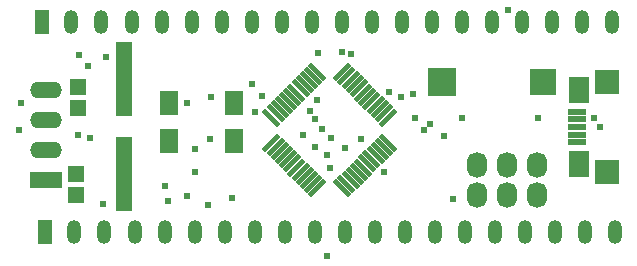
<source format=gts>
G04*
G04 #@! TF.GenerationSoftware,Altium Limited,Altium Designer,22.10.1 (41)*
G04*
G04 Layer_Color=8388736*
%FSLAX25Y25*%
%MOIN*%
G70*
G04*
G04 #@! TF.SameCoordinates,E3A0FBDB-8A8B-4B96-B359-3B6F4FC795B9*
G04*
G04*
G04 #@! TF.FilePolarity,Negative*
G04*
G01*
G75*
%ADD31R,0.05324X0.05324*%
%ADD32R,0.08280X0.08280*%
%ADD33R,0.07099X0.09068*%
%ADD34R,0.06115X0.02375*%
%ADD35R,0.08674X0.08674*%
%ADD36R,0.09265X0.09265*%
G04:AMPARAMS|DCode=37|XSize=72.93mil|YSize=17.81mil|CornerRadius=0mil|HoleSize=0mil|Usage=FLASHONLY|Rotation=45.000|XOffset=0mil|YOffset=0mil|HoleType=Round|Shape=Rectangle|*
%AMROTATEDRECTD37*
4,1,4,-0.01949,-0.03208,-0.03208,-0.01949,0.01949,0.03208,0.03208,0.01949,-0.01949,-0.03208,0.0*
%
%ADD37ROTATEDRECTD37*%

G04:AMPARAMS|DCode=38|XSize=72.93mil|YSize=17.81mil|CornerRadius=0mil|HoleSize=0mil|Usage=FLASHONLY|Rotation=135.000|XOffset=0mil|YOffset=0mil|HoleType=Round|Shape=Rectangle|*
%AMROTATEDRECTD38*
4,1,4,0.03208,-0.01949,0.01949,-0.03208,-0.03208,0.01949,-0.01949,0.03208,0.03208,-0.01949,0.0*
%
%ADD38ROTATEDRECTD38*%

%ADD39R,0.05918X0.08280*%
%ADD40R,0.05524X0.24800*%
%ADD41R,0.04800X0.08000*%
%ADD42O,0.04800X0.08000*%
%ADD43O,0.06706X0.08674*%
%ADD44O,0.10642X0.05524*%
%ADD45R,0.10642X0.05524*%
%ADD46C,0.02375*%
D31*
X22000Y22500D02*
D03*
Y29500D02*
D03*
X22500Y58500D02*
D03*
Y51500D02*
D03*
D32*
X199020Y59961D02*
D03*
Y30039D02*
D03*
D33*
X189472Y57205D02*
D03*
Y32795D02*
D03*
D34*
X188980Y50118D02*
D03*
Y47559D02*
D03*
Y45000D02*
D03*
Y42441D02*
D03*
Y39882D02*
D03*
D35*
X177500Y60000D02*
D03*
D36*
X144035D02*
D03*
D37*
X87046Y39858D02*
D03*
X88438Y38466D02*
D03*
X89830Y37074D02*
D03*
X91222Y35682D02*
D03*
X92614Y34290D02*
D03*
X94006Y32898D02*
D03*
X95398Y31506D02*
D03*
X96790Y30114D02*
D03*
X98182Y28722D02*
D03*
X99574Y27330D02*
D03*
X100966Y25938D02*
D03*
X102358Y24546D02*
D03*
X125954Y48142D02*
D03*
X124562Y49534D02*
D03*
X123170Y50926D02*
D03*
X121778Y52318D02*
D03*
X120386Y53710D02*
D03*
X118994Y55102D02*
D03*
X117602Y56494D02*
D03*
X116210Y57886D02*
D03*
X114818Y59278D02*
D03*
X113426Y60670D02*
D03*
X112034Y62062D02*
D03*
X110642Y63454D02*
D03*
D38*
Y24546D02*
D03*
X112034Y25938D02*
D03*
X113426Y27330D02*
D03*
X114818Y28722D02*
D03*
X116210Y30114D02*
D03*
X117602Y31506D02*
D03*
X118994Y32898D02*
D03*
X120386Y34290D02*
D03*
X121778Y35682D02*
D03*
X123170Y37074D02*
D03*
X124562Y38466D02*
D03*
X125954Y39858D02*
D03*
X102358Y63454D02*
D03*
X100966Y62062D02*
D03*
X99574Y60670D02*
D03*
X98182Y59278D02*
D03*
X96790Y57886D02*
D03*
X95398Y56494D02*
D03*
X94006Y55102D02*
D03*
X92614Y53710D02*
D03*
X91222Y52318D02*
D03*
X89830Y50926D02*
D03*
X88438Y49534D02*
D03*
X87046Y48142D02*
D03*
D39*
X52846Y53098D02*
D03*
X74500D02*
D03*
X52846Y40500D02*
D03*
X74500D02*
D03*
D40*
X38000Y61000D02*
D03*
Y29504D02*
D03*
D41*
X10500Y80000D02*
D03*
X11500Y10000D02*
D03*
D42*
X20343Y80000D02*
D03*
X30185D02*
D03*
X40500D02*
D03*
X50500D02*
D03*
X60500D02*
D03*
X70500D02*
D03*
X90500D02*
D03*
X80500D02*
D03*
X100500D02*
D03*
X110500D02*
D03*
X120500D02*
D03*
X130500D02*
D03*
X140500D02*
D03*
X150500D02*
D03*
X160500D02*
D03*
X170500D02*
D03*
X180500D02*
D03*
X190500D02*
D03*
X200500D02*
D03*
X201500Y10000D02*
D03*
X191500D02*
D03*
X181500D02*
D03*
X171500D02*
D03*
X161500D02*
D03*
X151500D02*
D03*
X141500D02*
D03*
X131500D02*
D03*
X121500D02*
D03*
X111500D02*
D03*
X101500D02*
D03*
X81500D02*
D03*
X91500D02*
D03*
X71500D02*
D03*
X61500D02*
D03*
X51500D02*
D03*
X41500D02*
D03*
X31185D02*
D03*
X21343D02*
D03*
D43*
X165500Y22500D02*
D03*
X155500D02*
D03*
Y32500D02*
D03*
X165500D02*
D03*
X175500Y22500D02*
D03*
Y32500D02*
D03*
D44*
X12000Y57500D02*
D03*
Y47500D02*
D03*
Y37500D02*
D03*
D45*
Y27500D02*
D03*
D46*
X166000Y84000D02*
D03*
X2833Y44166D02*
D03*
X3500Y53000D02*
D03*
X59000Y22000D02*
D03*
X105457Y35657D02*
D03*
X102113Y53887D02*
D03*
X100015Y50514D02*
D03*
X102646Y69714D02*
D03*
X23000Y69000D02*
D03*
X22500Y42500D02*
D03*
X26500Y41500D02*
D03*
X140000Y46000D02*
D03*
X137783Y43935D02*
D03*
X144619Y41881D02*
D03*
X150619Y47881D02*
D03*
X126392Y56621D02*
D03*
X134123Y55946D02*
D03*
X130263Y54937D02*
D03*
X134978Y48000D02*
D03*
X80500Y59500D02*
D03*
X59000Y53000D02*
D03*
X110597Y70040D02*
D03*
X101500Y38500D02*
D03*
X111500Y38000D02*
D03*
X106501Y31495D02*
D03*
X124500Y30000D02*
D03*
X107030Y41474D02*
D03*
X51588Y25500D02*
D03*
X61595Y30115D02*
D03*
X61468Y37699D02*
D03*
X32000Y68500D02*
D03*
X117000Y41000D02*
D03*
X97500Y42500D02*
D03*
X103770Y44263D02*
D03*
X101420Y47854D02*
D03*
X113500Y69500D02*
D03*
X105500Y2000D02*
D03*
X67000Y55000D02*
D03*
X176000Y48000D02*
D03*
X74000Y21432D02*
D03*
X52500Y20468D02*
D03*
X66000Y19000D02*
D03*
X26000Y65500D02*
D03*
X194500Y48000D02*
D03*
X196500Y45000D02*
D03*
X66500Y41000D02*
D03*
X84000Y55500D02*
D03*
X81485Y49969D02*
D03*
X31000Y19500D02*
D03*
X147500Y21000D02*
D03*
M02*

</source>
